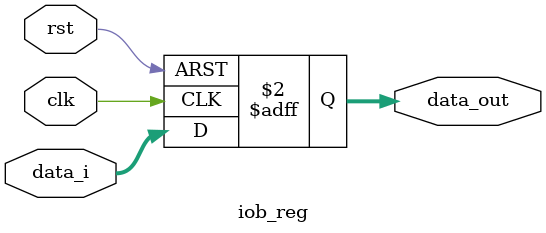
<source format=v>
`timescale 1ns / 1ps

module iob_reg #(
    parameter BITS = 32,
    parameter rst_val = {BITS{1'b0}}
)(
    input [BITS-1:0] data_i,
    input clk,
    input rst,
    output reg [BITS-1:0] data_out
);
    always @(posedge clk or posedge rst) begin
        if (rst) begin
            data_out <= rst_val;
        end 
        else begin
            data_out <= data_i;
    end
    end
endmodule

`default_nettype wire
</source>
